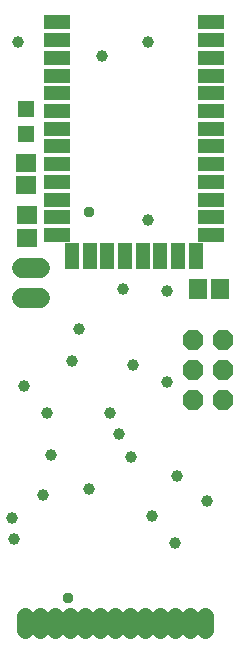
<source format=gbs>
G75*
%MOIN*%
%OFA0B0*%
%FSLAX25Y25*%
%IPPOS*%
%LPD*%
%AMOC8*
5,1,8,0,0,1.08239X$1,22.5*
%
%ADD10OC8,0.06800*%
%ADD11C,0.05556*%
%ADD12C,0.06800*%
%ADD13R,0.08674X0.04737*%
%ADD14R,0.04737X0.08674*%
%ADD15R,0.05918X0.06706*%
%ADD16R,0.06706X0.05918*%
%ADD17R,0.05524X0.05524*%
%ADD18C,0.03700*%
%ADD19C,0.03900*%
D10*
X0084350Y0100406D03*
X0084350Y0110406D03*
X0084350Y0120406D03*
X0094350Y0120406D03*
X0094350Y0110406D03*
X0094350Y0100406D03*
D11*
X0088559Y0028471D02*
X0088559Y0023715D01*
X0083559Y0023715D02*
X0083559Y0028471D01*
X0078559Y0028471D02*
X0078559Y0023715D01*
X0073559Y0023715D02*
X0073559Y0028471D01*
X0068559Y0028471D02*
X0068559Y0023715D01*
X0063559Y0023715D02*
X0063559Y0028471D01*
X0058559Y0028471D02*
X0058559Y0023715D01*
X0053559Y0023715D02*
X0053559Y0028471D01*
X0048559Y0028471D02*
X0048559Y0023715D01*
X0043559Y0023715D02*
X0043559Y0028471D01*
X0038559Y0028471D02*
X0038559Y0023715D01*
X0033559Y0023715D02*
X0033559Y0028471D01*
X0028559Y0028471D02*
X0028559Y0023715D01*
D12*
X0027439Y0134479D02*
X0033439Y0134479D01*
X0033439Y0144479D02*
X0027439Y0144479D01*
D13*
X0039042Y0155391D03*
X0039042Y0161297D03*
X0039042Y0167202D03*
X0039042Y0173108D03*
X0039042Y0179013D03*
X0039042Y0184919D03*
X0039042Y0190824D03*
X0039042Y0196730D03*
X0039042Y0202635D03*
X0039042Y0208541D03*
X0039042Y0214446D03*
X0039042Y0220352D03*
X0039042Y0226257D03*
X0090448Y0226257D03*
X0090448Y0220352D03*
X0090448Y0214446D03*
X0090448Y0208541D03*
X0090448Y0202635D03*
X0090448Y0196730D03*
X0090448Y0190824D03*
X0090448Y0184919D03*
X0090448Y0179013D03*
X0090448Y0173108D03*
X0090448Y0167202D03*
X0090448Y0161297D03*
X0090448Y0155391D03*
D14*
X0085448Y0148344D03*
X0079542Y0148344D03*
X0073637Y0148344D03*
X0067731Y0148344D03*
X0061826Y0148344D03*
X0055920Y0148344D03*
X0050015Y0148344D03*
X0044161Y0148344D03*
D15*
X0086054Y0137365D03*
X0093535Y0137365D03*
D16*
X0028979Y0154540D03*
X0028979Y0162020D03*
X0028909Y0172040D03*
X0028909Y0179520D03*
D17*
X0028894Y0189146D03*
X0028894Y0197414D03*
D18*
X0049894Y0163080D03*
X0042794Y0034380D03*
D19*
X0024694Y0053980D03*
X0023994Y0060980D03*
X0034494Y0068680D03*
X0037294Y0081980D03*
X0035894Y0095980D03*
X0028194Y0105080D03*
X0044294Y0113480D03*
X0046394Y0123980D03*
X0056894Y0095980D03*
X0059694Y0088980D03*
X0063894Y0081280D03*
X0070894Y0061680D03*
X0078594Y0052580D03*
X0089094Y0066580D03*
X0079294Y0074980D03*
X0075794Y0106480D03*
X0064594Y0112080D03*
X0061094Y0137280D03*
X0069494Y0160380D03*
X0075794Y0136580D03*
X0049894Y0070780D03*
X0054094Y0214980D03*
X0069494Y0219880D03*
X0026094Y0219880D03*
M02*

</source>
